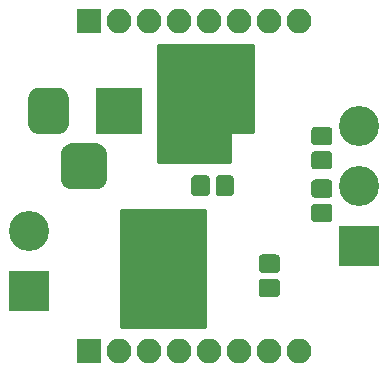
<source format=gbr>
G04 #@! TF.GenerationSoftware,KiCad,Pcbnew,(5.0.0-3-g5ebb6b6)*
G04 #@! TF.CreationDate,2018-12-29T11:49:17+00:00*
G04 #@! TF.ProjectId,BinaryBagelBoard,42696E617279426167656C426F617264,rev?*
G04 #@! TF.SameCoordinates,Original*
G04 #@! TF.FileFunction,Soldermask,Bot*
G04 #@! TF.FilePolarity,Negative*
%FSLAX46Y46*%
G04 Gerber Fmt 4.6, Leading zero omitted, Abs format (unit mm)*
G04 Created by KiCad (PCBNEW (5.0.0-3-g5ebb6b6)) date Saturday, 29 December 2018 at 11:49:17*
%MOMM*%
%LPD*%
G01*
G04 APERTURE LIST*
%ADD10C,0.100000*%
%ADD11C,1.550000*%
%ADD12R,3.900000X3.900000*%
%ADD13C,3.400000*%
%ADD14C,3.900000*%
%ADD15R,2.100000X2.100000*%
%ADD16O,2.100000X2.100000*%
%ADD17R,3.400000X3.400000*%
%ADD18C,0.254000*%
G04 APERTURE END LIST*
D10*
G04 #@! TO.C,C_NR1*
G36*
X124421071Y-57256623D02*
X124453781Y-57261475D01*
X124485857Y-57269509D01*
X124516991Y-57280649D01*
X124546884Y-57294787D01*
X124575247Y-57311787D01*
X124601807Y-57331485D01*
X124626308Y-57353692D01*
X124648515Y-57378193D01*
X124668213Y-57404753D01*
X124685213Y-57433116D01*
X124699351Y-57463009D01*
X124710491Y-57494143D01*
X124718525Y-57526219D01*
X124723377Y-57558929D01*
X124725000Y-57591956D01*
X124725000Y-58468044D01*
X124723377Y-58501071D01*
X124718525Y-58533781D01*
X124710491Y-58565857D01*
X124699351Y-58596991D01*
X124685213Y-58626884D01*
X124668213Y-58655247D01*
X124648515Y-58681807D01*
X124626308Y-58706308D01*
X124601807Y-58728515D01*
X124575247Y-58748213D01*
X124546884Y-58765213D01*
X124516991Y-58779351D01*
X124485857Y-58790491D01*
X124453781Y-58798525D01*
X124421071Y-58803377D01*
X124388044Y-58805000D01*
X123261956Y-58805000D01*
X123228929Y-58803377D01*
X123196219Y-58798525D01*
X123164143Y-58790491D01*
X123133009Y-58779351D01*
X123103116Y-58765213D01*
X123074753Y-58748213D01*
X123048193Y-58728515D01*
X123023692Y-58706308D01*
X123001485Y-58681807D01*
X122981787Y-58655247D01*
X122964787Y-58626884D01*
X122950649Y-58596991D01*
X122939509Y-58565857D01*
X122931475Y-58533781D01*
X122926623Y-58501071D01*
X122925000Y-58468044D01*
X122925000Y-57591956D01*
X122926623Y-57558929D01*
X122931475Y-57526219D01*
X122939509Y-57494143D01*
X122950649Y-57463009D01*
X122964787Y-57433116D01*
X122981787Y-57404753D01*
X123001485Y-57378193D01*
X123023692Y-57353692D01*
X123048193Y-57331485D01*
X123074753Y-57311787D01*
X123103116Y-57294787D01*
X123133009Y-57280649D01*
X123164143Y-57269509D01*
X123196219Y-57261475D01*
X123228929Y-57256623D01*
X123261956Y-57255000D01*
X124388044Y-57255000D01*
X124421071Y-57256623D01*
X124421071Y-57256623D01*
G37*
D11*
X123825000Y-58030000D03*
D10*
G36*
X124421071Y-59306623D02*
X124453781Y-59311475D01*
X124485857Y-59319509D01*
X124516991Y-59330649D01*
X124546884Y-59344787D01*
X124575247Y-59361787D01*
X124601807Y-59381485D01*
X124626308Y-59403692D01*
X124648515Y-59428193D01*
X124668213Y-59454753D01*
X124685213Y-59483116D01*
X124699351Y-59513009D01*
X124710491Y-59544143D01*
X124718525Y-59576219D01*
X124723377Y-59608929D01*
X124725000Y-59641956D01*
X124725000Y-60518044D01*
X124723377Y-60551071D01*
X124718525Y-60583781D01*
X124710491Y-60615857D01*
X124699351Y-60646991D01*
X124685213Y-60676884D01*
X124668213Y-60705247D01*
X124648515Y-60731807D01*
X124626308Y-60756308D01*
X124601807Y-60778515D01*
X124575247Y-60798213D01*
X124546884Y-60815213D01*
X124516991Y-60829351D01*
X124485857Y-60840491D01*
X124453781Y-60848525D01*
X124421071Y-60853377D01*
X124388044Y-60855000D01*
X123261956Y-60855000D01*
X123228929Y-60853377D01*
X123196219Y-60848525D01*
X123164143Y-60840491D01*
X123133009Y-60829351D01*
X123103116Y-60815213D01*
X123074753Y-60798213D01*
X123048193Y-60778515D01*
X123023692Y-60756308D01*
X123001485Y-60731807D01*
X122981787Y-60705247D01*
X122964787Y-60676884D01*
X122950649Y-60646991D01*
X122939509Y-60615857D01*
X122931475Y-60583781D01*
X122926623Y-60551071D01*
X122925000Y-60518044D01*
X122925000Y-59641956D01*
X122926623Y-59608929D01*
X122931475Y-59576219D01*
X122939509Y-59544143D01*
X122950649Y-59513009D01*
X122964787Y-59483116D01*
X122981787Y-59454753D01*
X123001485Y-59428193D01*
X123023692Y-59403692D01*
X123048193Y-59381485D01*
X123074753Y-59361787D01*
X123103116Y-59344787D01*
X123133009Y-59330649D01*
X123164143Y-59319509D01*
X123196219Y-59311475D01*
X123228929Y-59306623D01*
X123261956Y-59305000D01*
X124388044Y-59305000D01*
X124421071Y-59306623D01*
X124421071Y-59306623D01*
G37*
D11*
X123825000Y-60080000D03*
G04 #@! TD*
D10*
G04 #@! TO.C,C_NR2*
G36*
X124421071Y-61701623D02*
X124453781Y-61706475D01*
X124485857Y-61714509D01*
X124516991Y-61725649D01*
X124546884Y-61739787D01*
X124575247Y-61756787D01*
X124601807Y-61776485D01*
X124626308Y-61798692D01*
X124648515Y-61823193D01*
X124668213Y-61849753D01*
X124685213Y-61878116D01*
X124699351Y-61908009D01*
X124710491Y-61939143D01*
X124718525Y-61971219D01*
X124723377Y-62003929D01*
X124725000Y-62036956D01*
X124725000Y-62913044D01*
X124723377Y-62946071D01*
X124718525Y-62978781D01*
X124710491Y-63010857D01*
X124699351Y-63041991D01*
X124685213Y-63071884D01*
X124668213Y-63100247D01*
X124648515Y-63126807D01*
X124626308Y-63151308D01*
X124601807Y-63173515D01*
X124575247Y-63193213D01*
X124546884Y-63210213D01*
X124516991Y-63224351D01*
X124485857Y-63235491D01*
X124453781Y-63243525D01*
X124421071Y-63248377D01*
X124388044Y-63250000D01*
X123261956Y-63250000D01*
X123228929Y-63248377D01*
X123196219Y-63243525D01*
X123164143Y-63235491D01*
X123133009Y-63224351D01*
X123103116Y-63210213D01*
X123074753Y-63193213D01*
X123048193Y-63173515D01*
X123023692Y-63151308D01*
X123001485Y-63126807D01*
X122981787Y-63100247D01*
X122964787Y-63071884D01*
X122950649Y-63041991D01*
X122939509Y-63010857D01*
X122931475Y-62978781D01*
X122926623Y-62946071D01*
X122925000Y-62913044D01*
X122925000Y-62036956D01*
X122926623Y-62003929D01*
X122931475Y-61971219D01*
X122939509Y-61939143D01*
X122950649Y-61908009D01*
X122964787Y-61878116D01*
X122981787Y-61849753D01*
X123001485Y-61823193D01*
X123023692Y-61798692D01*
X123048193Y-61776485D01*
X123074753Y-61756787D01*
X123103116Y-61739787D01*
X123133009Y-61725649D01*
X123164143Y-61714509D01*
X123196219Y-61706475D01*
X123228929Y-61701623D01*
X123261956Y-61700000D01*
X124388044Y-61700000D01*
X124421071Y-61701623D01*
X124421071Y-61701623D01*
G37*
D11*
X123825000Y-62475000D03*
D10*
G36*
X124421071Y-63751623D02*
X124453781Y-63756475D01*
X124485857Y-63764509D01*
X124516991Y-63775649D01*
X124546884Y-63789787D01*
X124575247Y-63806787D01*
X124601807Y-63826485D01*
X124626308Y-63848692D01*
X124648515Y-63873193D01*
X124668213Y-63899753D01*
X124685213Y-63928116D01*
X124699351Y-63958009D01*
X124710491Y-63989143D01*
X124718525Y-64021219D01*
X124723377Y-64053929D01*
X124725000Y-64086956D01*
X124725000Y-64963044D01*
X124723377Y-64996071D01*
X124718525Y-65028781D01*
X124710491Y-65060857D01*
X124699351Y-65091991D01*
X124685213Y-65121884D01*
X124668213Y-65150247D01*
X124648515Y-65176807D01*
X124626308Y-65201308D01*
X124601807Y-65223515D01*
X124575247Y-65243213D01*
X124546884Y-65260213D01*
X124516991Y-65274351D01*
X124485857Y-65285491D01*
X124453781Y-65293525D01*
X124421071Y-65298377D01*
X124388044Y-65300000D01*
X123261956Y-65300000D01*
X123228929Y-65298377D01*
X123196219Y-65293525D01*
X123164143Y-65285491D01*
X123133009Y-65274351D01*
X123103116Y-65260213D01*
X123074753Y-65243213D01*
X123048193Y-65223515D01*
X123023692Y-65201308D01*
X123001485Y-65176807D01*
X122981787Y-65150247D01*
X122964787Y-65121884D01*
X122950649Y-65091991D01*
X122939509Y-65060857D01*
X122931475Y-65028781D01*
X122926623Y-64996071D01*
X122925000Y-64963044D01*
X122925000Y-64086956D01*
X122926623Y-64053929D01*
X122931475Y-64021219D01*
X122939509Y-63989143D01*
X122950649Y-63958009D01*
X122964787Y-63928116D01*
X122981787Y-63899753D01*
X123001485Y-63873193D01*
X123023692Y-63848692D01*
X123048193Y-63826485D01*
X123074753Y-63806787D01*
X123103116Y-63789787D01*
X123133009Y-63775649D01*
X123164143Y-63764509D01*
X123196219Y-63756475D01*
X123228929Y-63751623D01*
X123261956Y-63750000D01*
X124388044Y-63750000D01*
X124421071Y-63751623D01*
X124421071Y-63751623D01*
G37*
D11*
X123825000Y-64525000D03*
G04 #@! TD*
D10*
G04 #@! TO.C,C_PR1*
G36*
X116075471Y-61331623D02*
X116108181Y-61336475D01*
X116140257Y-61344509D01*
X116171391Y-61355649D01*
X116201284Y-61369787D01*
X116229647Y-61386787D01*
X116256207Y-61406485D01*
X116280708Y-61428692D01*
X116302915Y-61453193D01*
X116322613Y-61479753D01*
X116339613Y-61508116D01*
X116353751Y-61538009D01*
X116364891Y-61569143D01*
X116372925Y-61601219D01*
X116377777Y-61633929D01*
X116379400Y-61666956D01*
X116379400Y-62793044D01*
X116377777Y-62826071D01*
X116372925Y-62858781D01*
X116364891Y-62890857D01*
X116353751Y-62921991D01*
X116339613Y-62951884D01*
X116322613Y-62980247D01*
X116302915Y-63006807D01*
X116280708Y-63031308D01*
X116256207Y-63053515D01*
X116229647Y-63073213D01*
X116201284Y-63090213D01*
X116171391Y-63104351D01*
X116140257Y-63115491D01*
X116108181Y-63123525D01*
X116075471Y-63128377D01*
X116042444Y-63130000D01*
X115166356Y-63130000D01*
X115133329Y-63128377D01*
X115100619Y-63123525D01*
X115068543Y-63115491D01*
X115037409Y-63104351D01*
X115007516Y-63090213D01*
X114979153Y-63073213D01*
X114952593Y-63053515D01*
X114928092Y-63031308D01*
X114905885Y-63006807D01*
X114886187Y-62980247D01*
X114869187Y-62951884D01*
X114855049Y-62921991D01*
X114843909Y-62890857D01*
X114835875Y-62858781D01*
X114831023Y-62826071D01*
X114829400Y-62793044D01*
X114829400Y-61666956D01*
X114831023Y-61633929D01*
X114835875Y-61601219D01*
X114843909Y-61569143D01*
X114855049Y-61538009D01*
X114869187Y-61508116D01*
X114886187Y-61479753D01*
X114905885Y-61453193D01*
X114928092Y-61428692D01*
X114952593Y-61406485D01*
X114979153Y-61386787D01*
X115007516Y-61369787D01*
X115037409Y-61355649D01*
X115068543Y-61344509D01*
X115100619Y-61336475D01*
X115133329Y-61331623D01*
X115166356Y-61330000D01*
X116042444Y-61330000D01*
X116075471Y-61331623D01*
X116075471Y-61331623D01*
G37*
D11*
X115604400Y-62230000D03*
D10*
G36*
X114025471Y-61331623D02*
X114058181Y-61336475D01*
X114090257Y-61344509D01*
X114121391Y-61355649D01*
X114151284Y-61369787D01*
X114179647Y-61386787D01*
X114206207Y-61406485D01*
X114230708Y-61428692D01*
X114252915Y-61453193D01*
X114272613Y-61479753D01*
X114289613Y-61508116D01*
X114303751Y-61538009D01*
X114314891Y-61569143D01*
X114322925Y-61601219D01*
X114327777Y-61633929D01*
X114329400Y-61666956D01*
X114329400Y-62793044D01*
X114327777Y-62826071D01*
X114322925Y-62858781D01*
X114314891Y-62890857D01*
X114303751Y-62921991D01*
X114289613Y-62951884D01*
X114272613Y-62980247D01*
X114252915Y-63006807D01*
X114230708Y-63031308D01*
X114206207Y-63053515D01*
X114179647Y-63073213D01*
X114151284Y-63090213D01*
X114121391Y-63104351D01*
X114090257Y-63115491D01*
X114058181Y-63123525D01*
X114025471Y-63128377D01*
X113992444Y-63130000D01*
X113116356Y-63130000D01*
X113083329Y-63128377D01*
X113050619Y-63123525D01*
X113018543Y-63115491D01*
X112987409Y-63104351D01*
X112957516Y-63090213D01*
X112929153Y-63073213D01*
X112902593Y-63053515D01*
X112878092Y-63031308D01*
X112855885Y-63006807D01*
X112836187Y-62980247D01*
X112819187Y-62951884D01*
X112805049Y-62921991D01*
X112793909Y-62890857D01*
X112785875Y-62858781D01*
X112781023Y-62826071D01*
X112779400Y-62793044D01*
X112779400Y-61666956D01*
X112781023Y-61633929D01*
X112785875Y-61601219D01*
X112793909Y-61569143D01*
X112805049Y-61538009D01*
X112819187Y-61508116D01*
X112836187Y-61479753D01*
X112855885Y-61453193D01*
X112878092Y-61428692D01*
X112902593Y-61406485D01*
X112929153Y-61386787D01*
X112957516Y-61369787D01*
X112987409Y-61355649D01*
X113018543Y-61344509D01*
X113050619Y-61336475D01*
X113083329Y-61331623D01*
X113116356Y-61330000D01*
X113992444Y-61330000D01*
X114025471Y-61331623D01*
X114025471Y-61331623D01*
G37*
D11*
X113554400Y-62230000D03*
G04 #@! TD*
D10*
G04 #@! TO.C,C_PR2*
G36*
X119976071Y-70101623D02*
X120008781Y-70106475D01*
X120040857Y-70114509D01*
X120071991Y-70125649D01*
X120101884Y-70139787D01*
X120130247Y-70156787D01*
X120156807Y-70176485D01*
X120181308Y-70198692D01*
X120203515Y-70223193D01*
X120223213Y-70249753D01*
X120240213Y-70278116D01*
X120254351Y-70308009D01*
X120265491Y-70339143D01*
X120273525Y-70371219D01*
X120278377Y-70403929D01*
X120280000Y-70436956D01*
X120280000Y-71313044D01*
X120278377Y-71346071D01*
X120273525Y-71378781D01*
X120265491Y-71410857D01*
X120254351Y-71441991D01*
X120240213Y-71471884D01*
X120223213Y-71500247D01*
X120203515Y-71526807D01*
X120181308Y-71551308D01*
X120156807Y-71573515D01*
X120130247Y-71593213D01*
X120101884Y-71610213D01*
X120071991Y-71624351D01*
X120040857Y-71635491D01*
X120008781Y-71643525D01*
X119976071Y-71648377D01*
X119943044Y-71650000D01*
X118816956Y-71650000D01*
X118783929Y-71648377D01*
X118751219Y-71643525D01*
X118719143Y-71635491D01*
X118688009Y-71624351D01*
X118658116Y-71610213D01*
X118629753Y-71593213D01*
X118603193Y-71573515D01*
X118578692Y-71551308D01*
X118556485Y-71526807D01*
X118536787Y-71500247D01*
X118519787Y-71471884D01*
X118505649Y-71441991D01*
X118494509Y-71410857D01*
X118486475Y-71378781D01*
X118481623Y-71346071D01*
X118480000Y-71313044D01*
X118480000Y-70436956D01*
X118481623Y-70403929D01*
X118486475Y-70371219D01*
X118494509Y-70339143D01*
X118505649Y-70308009D01*
X118519787Y-70278116D01*
X118536787Y-70249753D01*
X118556485Y-70223193D01*
X118578692Y-70198692D01*
X118603193Y-70176485D01*
X118629753Y-70156787D01*
X118658116Y-70139787D01*
X118688009Y-70125649D01*
X118719143Y-70114509D01*
X118751219Y-70106475D01*
X118783929Y-70101623D01*
X118816956Y-70100000D01*
X119943044Y-70100000D01*
X119976071Y-70101623D01*
X119976071Y-70101623D01*
G37*
D11*
X119380000Y-70875000D03*
D10*
G36*
X119976071Y-68051623D02*
X120008781Y-68056475D01*
X120040857Y-68064509D01*
X120071991Y-68075649D01*
X120101884Y-68089787D01*
X120130247Y-68106787D01*
X120156807Y-68126485D01*
X120181308Y-68148692D01*
X120203515Y-68173193D01*
X120223213Y-68199753D01*
X120240213Y-68228116D01*
X120254351Y-68258009D01*
X120265491Y-68289143D01*
X120273525Y-68321219D01*
X120278377Y-68353929D01*
X120280000Y-68386956D01*
X120280000Y-69263044D01*
X120278377Y-69296071D01*
X120273525Y-69328781D01*
X120265491Y-69360857D01*
X120254351Y-69391991D01*
X120240213Y-69421884D01*
X120223213Y-69450247D01*
X120203515Y-69476807D01*
X120181308Y-69501308D01*
X120156807Y-69523515D01*
X120130247Y-69543213D01*
X120101884Y-69560213D01*
X120071991Y-69574351D01*
X120040857Y-69585491D01*
X120008781Y-69593525D01*
X119976071Y-69598377D01*
X119943044Y-69600000D01*
X118816956Y-69600000D01*
X118783929Y-69598377D01*
X118751219Y-69593525D01*
X118719143Y-69585491D01*
X118688009Y-69574351D01*
X118658116Y-69560213D01*
X118629753Y-69543213D01*
X118603193Y-69523515D01*
X118578692Y-69501308D01*
X118556485Y-69476807D01*
X118536787Y-69450247D01*
X118519787Y-69421884D01*
X118505649Y-69391991D01*
X118494509Y-69360857D01*
X118486475Y-69328781D01*
X118481623Y-69296071D01*
X118480000Y-69263044D01*
X118480000Y-68386956D01*
X118481623Y-68353929D01*
X118486475Y-68321219D01*
X118494509Y-68289143D01*
X118505649Y-68258009D01*
X118519787Y-68228116D01*
X118536787Y-68199753D01*
X118556485Y-68173193D01*
X118578692Y-68148692D01*
X118603193Y-68126485D01*
X118629753Y-68106787D01*
X118658116Y-68089787D01*
X118688009Y-68075649D01*
X118719143Y-68064509D01*
X118751219Y-68056475D01*
X118783929Y-68051623D01*
X118816956Y-68050000D01*
X119943044Y-68050000D01*
X119976071Y-68051623D01*
X119976071Y-68051623D01*
G37*
D11*
X119380000Y-68825000D03*
G04 #@! TD*
D12*
G04 #@! TO.C,J_IN1*
X106680000Y-55880000D03*
D10*
G36*
X101613315Y-53934093D02*
X101695827Y-53946333D01*
X101776742Y-53966601D01*
X101855281Y-53994702D01*
X101930687Y-54030367D01*
X102002235Y-54073251D01*
X102069234Y-54122941D01*
X102131041Y-54178959D01*
X102187059Y-54240766D01*
X102236749Y-54307765D01*
X102279633Y-54379313D01*
X102315298Y-54454719D01*
X102343399Y-54533258D01*
X102363667Y-54614173D01*
X102375907Y-54696685D01*
X102380000Y-54780000D01*
X102380000Y-56980000D01*
X102375907Y-57063315D01*
X102363667Y-57145827D01*
X102343399Y-57226742D01*
X102315298Y-57305281D01*
X102279633Y-57380687D01*
X102236749Y-57452235D01*
X102187059Y-57519234D01*
X102131041Y-57581041D01*
X102069234Y-57637059D01*
X102002235Y-57686749D01*
X101930687Y-57729633D01*
X101855281Y-57765298D01*
X101776742Y-57793399D01*
X101695827Y-57813667D01*
X101613315Y-57825907D01*
X101530000Y-57830000D01*
X99830000Y-57830000D01*
X99746685Y-57825907D01*
X99664173Y-57813667D01*
X99583258Y-57793399D01*
X99504719Y-57765298D01*
X99429313Y-57729633D01*
X99357765Y-57686749D01*
X99290766Y-57637059D01*
X99228959Y-57581041D01*
X99172941Y-57519234D01*
X99123251Y-57452235D01*
X99080367Y-57380687D01*
X99044702Y-57305281D01*
X99016601Y-57226742D01*
X98996333Y-57145827D01*
X98984093Y-57063315D01*
X98980000Y-56980000D01*
X98980000Y-54780000D01*
X98984093Y-54696685D01*
X98996333Y-54614173D01*
X99016601Y-54533258D01*
X99044702Y-54454719D01*
X99080367Y-54379313D01*
X99123251Y-54307765D01*
X99172941Y-54240766D01*
X99228959Y-54178959D01*
X99290766Y-54122941D01*
X99357765Y-54073251D01*
X99429313Y-54030367D01*
X99504719Y-53994702D01*
X99583258Y-53966601D01*
X99664173Y-53946333D01*
X99746685Y-53934093D01*
X99830000Y-53930000D01*
X101530000Y-53930000D01*
X101613315Y-53934093D01*
X101613315Y-53934093D01*
G37*
D13*
X100680000Y-55880000D03*
D10*
G36*
X104750567Y-58634695D02*
X104845213Y-58648734D01*
X104938028Y-58671983D01*
X105028116Y-58704217D01*
X105114612Y-58745127D01*
X105196681Y-58794317D01*
X105273533Y-58851315D01*
X105344429Y-58915571D01*
X105408685Y-58986467D01*
X105465683Y-59063319D01*
X105514873Y-59145388D01*
X105555783Y-59231884D01*
X105588017Y-59321972D01*
X105611266Y-59414787D01*
X105625305Y-59509433D01*
X105630000Y-59605000D01*
X105630000Y-61555000D01*
X105625305Y-61650567D01*
X105611266Y-61745213D01*
X105588017Y-61838028D01*
X105555783Y-61928116D01*
X105514873Y-62014612D01*
X105465683Y-62096681D01*
X105408685Y-62173533D01*
X105344429Y-62244429D01*
X105273533Y-62308685D01*
X105196681Y-62365683D01*
X105114612Y-62414873D01*
X105028116Y-62455783D01*
X104938028Y-62488017D01*
X104845213Y-62511266D01*
X104750567Y-62525305D01*
X104655000Y-62530000D01*
X102705000Y-62530000D01*
X102609433Y-62525305D01*
X102514787Y-62511266D01*
X102421972Y-62488017D01*
X102331884Y-62455783D01*
X102245388Y-62414873D01*
X102163319Y-62365683D01*
X102086467Y-62308685D01*
X102015571Y-62244429D01*
X101951315Y-62173533D01*
X101894317Y-62096681D01*
X101845127Y-62014612D01*
X101804217Y-61928116D01*
X101771983Y-61838028D01*
X101748734Y-61745213D01*
X101734695Y-61650567D01*
X101730000Y-61555000D01*
X101730000Y-59605000D01*
X101734695Y-59509433D01*
X101748734Y-59414787D01*
X101771983Y-59321972D01*
X101804217Y-59231884D01*
X101845127Y-59145388D01*
X101894317Y-59063319D01*
X101951315Y-58986467D01*
X102015571Y-58915571D01*
X102086467Y-58851315D01*
X102163319Y-58794317D01*
X102245388Y-58745127D01*
X102331884Y-58704217D01*
X102421972Y-58671983D01*
X102514787Y-58648734D01*
X102609433Y-58634695D01*
X102705000Y-58630000D01*
X104655000Y-58630000D01*
X104750567Y-58634695D01*
X104750567Y-58634695D01*
G37*
D14*
X103680000Y-60580000D03*
G04 #@! TD*
D15*
G04 #@! TO.C,J_MNT1*
X104140000Y-48260000D03*
D16*
X106680000Y-48260000D03*
X109220000Y-48260000D03*
X111760000Y-48260000D03*
X114300000Y-48260000D03*
X116840000Y-48260000D03*
X119380000Y-48260000D03*
X121920000Y-48260000D03*
G04 #@! TD*
G04 #@! TO.C,J_MNT2*
X121920000Y-76200000D03*
X119380000Y-76200000D03*
X116840000Y-76200000D03*
X114300000Y-76200000D03*
X111760000Y-76200000D03*
X109220000Y-76200000D03*
X106680000Y-76200000D03*
D15*
X104140000Y-76200000D03*
G04 #@! TD*
D17*
G04 #@! TO.C,J_IN2*
X99060000Y-71120000D03*
D13*
X99060000Y-66040000D03*
G04 #@! TD*
D17*
G04 #@! TO.C,J_OUT1*
X127000000Y-67310000D03*
D13*
X127000000Y-62230000D03*
X127000000Y-57150000D03*
G04 #@! TD*
D18*
G36*
X113919000Y-74168000D02*
X106807000Y-74168000D01*
X106807000Y-64262000D01*
X113919000Y-64262000D01*
X113919000Y-74168000D01*
X113919000Y-74168000D01*
G37*
X113919000Y-74168000D02*
X106807000Y-74168000D01*
X106807000Y-64262000D01*
X113919000Y-64262000D01*
X113919000Y-74168000D01*
G36*
X117983000Y-57658000D02*
X116205000Y-57658000D01*
X116156399Y-57667667D01*
X116115197Y-57695197D01*
X116087667Y-57736399D01*
X116078000Y-57785000D01*
X116078000Y-60198000D01*
X109982000Y-60198000D01*
X109982000Y-50292000D01*
X117983000Y-50292000D01*
X117983000Y-57658000D01*
X117983000Y-57658000D01*
G37*
X117983000Y-57658000D02*
X116205000Y-57658000D01*
X116156399Y-57667667D01*
X116115197Y-57695197D01*
X116087667Y-57736399D01*
X116078000Y-57785000D01*
X116078000Y-60198000D01*
X109982000Y-60198000D01*
X109982000Y-50292000D01*
X117983000Y-50292000D01*
X117983000Y-57658000D01*
M02*

</source>
